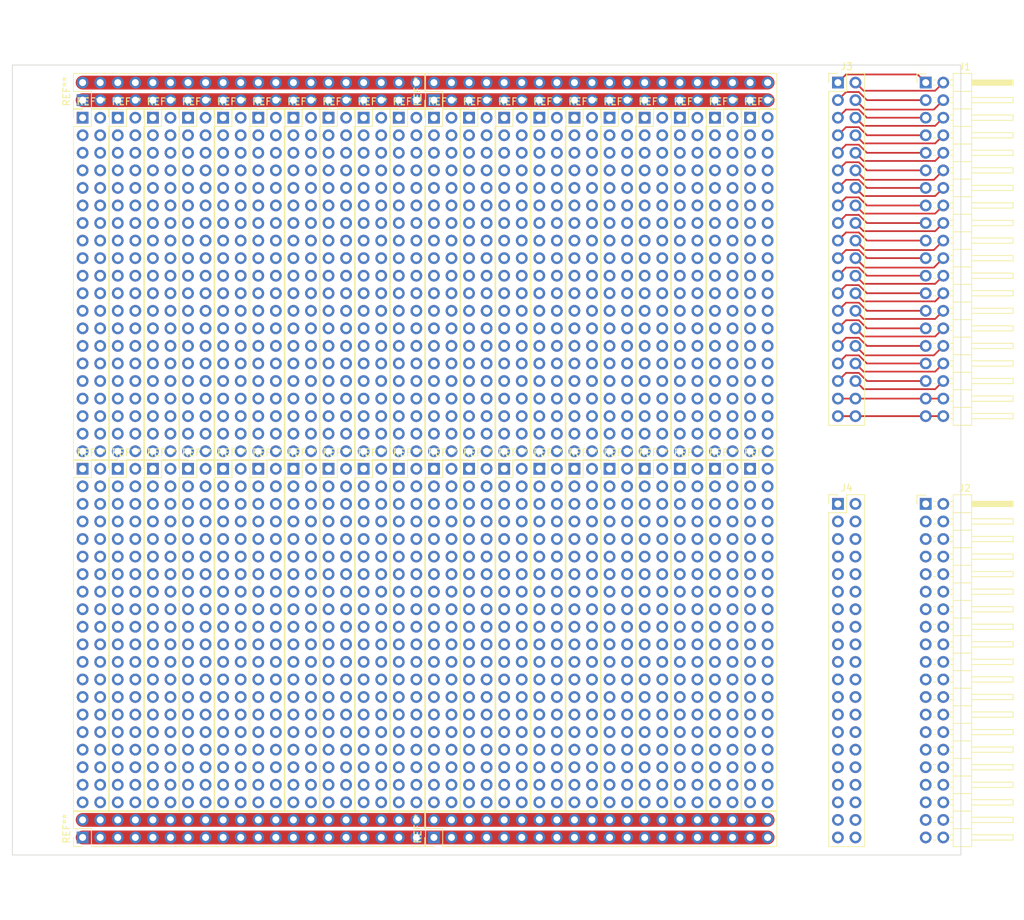
<source format=kicad_pcb>
(kicad_pcb (version 20221018) (generator pcbnew)
  (layers (0 "F.Cu" signal) (31 "B.Cu" signal) (34 "B.Paste" user) (35 "F.Paste" user) (36 "B.SilkS" user "B.Silkscreen") (37 "F.SilkS" user "F.Silkscreen") (38 "B.Mask" user) (39 "F.Mask" user) (44 "Edge.Cuts" user))
  (net 0 "")
  (net 1 "/~{SYSRST}")
  (net 2 "/C0")
  (net 3 "/SYSCLK")
  (net 4 "/C1")
  (net 5 "/D0")
  (net 6 "/C2")
  (net 7 "/D1")
  (net 8 "/C3")
  (net 9 "/D2")
  (net 10 "/C4")
  (net 11 "/D3")
  (net 12 "/C5")
  (net 13 "/D4")
  (net 14 "/C6")
  (net 15 "/D5")
  (net 16 "/C7")
  (net 17 "/D6")
  (net 18 "/C8")
  (net 19 "/D7")
  (net 20 "/C9")
  (net 21 "/A0")
  (net 22 "/C10")
  (net 23 "/A1")
  (net 24 "/C11")
  (net 25 "/A2")
  (net 26 "/C12")
  (net 27 "/A3")
  (net 28 "/C13")
  (net 29 "/A4")
  (net 30 "/C14")
  (net 31 "/A5")
  (net 32 "/C15")
  (net 33 "/A6")
  (net 34 "/C16")
  (net 35 "/A7")
  (net 36 "/C17")
  (net 37 "/GND")
  (net 38 "/5V")
  (net 39 "/C18")
  (net 40 "/U6")
  (net 41 "/C19")
  (net 42 "/U7")
  (net 43 "/C20")
  (net 44 "/U8")
  (net 45 "/C21")
  (net 46 "/U9")
  (net 47 "/C22")
  (net 48 "/U10")
  (net 49 "/C23")
  (net 50 "/U11")
  (net 51 "/OP0")
  (net 52 "/U12")
  (net 53 "/OP1")
  (net 54 "/U13")
  (net 55 "/OP2")
  (net 56 "/U14")
  (net 57 "/OP3")
  (net 58 "/U15")
  (net 59 "/OP4")
  (net 60 "/U16")
  (net 61 "/U0")
  (net 62 "/U17")
  (net 63 "/U1")
  (net 64 "/U18")
  (net 65 "/U2")
  (net 66 "/U19")
  (net 67 "/U3")
  (net 68 "/U20")
  (net 69 "/U4")
  (net 70 "/U21")
  (net 71 "/U5")
  (net 72 "/U22")
  (net 73 "/IEI")
  (net 74 "/IE0")
  (footprint "Connector_PinHeader_2.54mm:PinHeader_2x20_P2.54mm_Vertical" (layer "F.Cu") (at 81.28 20.32)
    (fp_text reference "REF**")
    (fp_text value "PinHeader_2x20_P2.54mm_Vertical")
  )
  (footprint "Connector_PinHeader_2.54mm:PinHeader_2x20_P2.54mm_Vertical" (layer "F.Cu") (at 101.6 20.32)
    (fp_text reference "REF**")
    (fp_text value "PinHeader_2x20_P2.54mm_Vertical")
  )
  (footprint "Connector_PinHeader_2.54mm:PinHeader_2x20_P2.54mm_Vertical" (layer "F.Cu") (at 96.52 71.12)
    (fp_text reference "REF**")
    (fp_text value "PinHeader_2x20_P2.54mm_Vertical")
  )
  (footprint "Connector_PinHeader_2.54mm:PinHeader_2x20_P2.54mm_Vertical" (layer "F.Cu") (at 15.24 17.78 90)
    (fp_text reference "REF**")
    (fp_text value "PinHeader_2x20_P2.54mm_Vertical")
  )
  (footprint "Connector_PinHeader_2.54mm:PinHeader_2x20_P2.54mm_Vertical" (layer "F.Cu") (at 124.46 76.2)
    (fp_text reference "J4")
    (fp_text value "Conn_02x20_Odd_Even")
  )
  (footprint "Connector_PinHeader_2.54mm:PinHeader_2x20_P2.54mm_Vertical" (layer "F.Cu") (at 45.72 71.12)
    (fp_text reference "REF**")
    (fp_text value "PinHeader_2x20_P2.54mm_Vertical")
  )
  (footprint "Connector_PinHeader_2.54mm:PinHeader_2x20_P2.54mm_Vertical" (layer "F.Cu") (at 76.2 71.12)
    (fp_text reference "REF**")
    (fp_text value "PinHeader_2x20_P2.54mm_Vertical")
  )
  (footprint "Connector_PinHeader_2.54mm:PinHeader_2x20_P2.54mm_Vertical" (layer "F.Cu") (at 71.12 71.12)
    (fp_text reference "REF**")
    (fp_text value "PinHeader_2x20_P2.54mm_Vertical")
  )
  (footprint "Connector_PinHeader_2.54mm:PinHeader_2x20_P2.54mm_Vertical" (layer "F.Cu") (at 66.04 71.12)
    (fp_text reference "REF**")
    (fp_text value "PinHeader_2x20_P2.54mm_Vertical")
  )
  (footprint "Connector_PinHeader_2.54mm:PinHeader_2x20_P2.54mm_Vertical" (layer "F.Cu") (at 30.48 71.12)
    (fp_text reference "REF**")
    (fp_text value "PinHeader_2x20_P2.54mm_Vertical")
  )
  (footprint "Connector_PinHeader_2.54mm:PinHeader_2x20_P2.54mm_Vertical" (layer "F.Cu") (at 20.32 20.32)
    (fp_text reference "REF**")
    (fp_text value "PinHeader_2x20_P2.54mm_Vertical")
  )
  (footprint "Connector_PinHeader_2.54mm:PinHeader_2x20_P2.54mm_Vertical" (layer "F.Cu") (at 15.24 71.12)
    (fp_text reference "REF**")
    (fp_text value "PinHeader_2x20_P2.54mm_Vertical")
  )
  (footprint "Connector_PinHeader_2.54mm:PinHeader_2x20_P2.54mm_Vertical" (layer "F.Cu") (at 25.4 71.12)
    (fp_text reference "REF**")
    (fp_text value "PinHeader_2x20_P2.54mm_Vertical")
  )
  (footprint "Connector_PinHeader_2.54mm:PinHeader_2x20_P2.54mm_Vertical" (layer "F.Cu") (at 81.28 71.12)
    (fp_text reference "REF**")
    (fp_text value "PinHeader_2x20_P2.54mm_Vertical")
  )
  (footprint "Connector_PinHeader_2.54mm:PinHeader_2x20_P2.54mm_Vertical" (layer "F.Cu") (at 91.44 20.32)
    (fp_text reference "REF**")
    (fp_text value "PinHeader_2x20_P2.54mm_Vertical")
  )
  (footprint "Connector_PinHeader_2.54mm:PinHeader_2x20_P2.54mm_Vertical" (layer "F.Cu") (at 106.68 20.32)
    (fp_text reference "REF**")
    (fp_text value "PinHeader_2x20_P2.54mm_Vertical")
  )
  (footprint "Connector_PinHeader_2.54mm:PinHeader_2x20_P2.54mm_Vertical" (layer "F.Cu") (at 45.72 20.32)
    (fp_text reference "REF**")
    (fp_text value "PinHeader_2x20_P2.54mm_Vertical")
  )
  (footprint "Connector_PinHeader_2.54mm:PinHeader_2x20_P2.54mm_Vertical" (layer "F.Cu") (at 91.44 71.12)
    (fp_text reference "REF**")
    (fp_text value "PinHeader_2x20_P2.54mm_Vertical")
  )
  (footprint "Connector_PinHeader_2.54mm:PinHeader_2x20_P2.54mm_Vertical" (layer "F.Cu") (at 106.68 71.12)
    (fp_text reference "REF**")
    (fp_text value "PinHeader_2x20_P2.54mm_Vertical")
  )
  (footprint "Connector_PinHeader_2.54mm:PinHeader_2x20_P2.54mm_Vertical" (layer "F.Cu") (at 15.24 20.32)
    (fp_text reference "REF**")
    (fp_text value "PinHeader_2x20_P2.54mm_Vertical")
  )
  (footprint "Connector_PinHeader_2.54mm:PinHeader_2x20_P2.54mm_Horizontal" (layer "F.Cu") (at 137.16 76.2)
    (fp_text reference "J2")
    (fp_text value "Conn_02x20_Odd_Even")
  )
  (footprint "Connector_PinHeader_2.54mm:PinHeader_2x20_P2.54mm_Vertical" (layer "F.Cu") (at 96.52 20.32)
    (fp_text reference "REF**")
    (fp_text value "PinHeader_2x20_P2.54mm_Vertical")
  )
  (footprint "Connector_PinHeader_2.54mm:PinHeader_2x20_P2.54mm_Vertical" (layer "F.Cu") (at 15.24 124.46 90)
    (fp_text reference "REF**")
    (fp_text value "PinHeader_2x20_P2.54mm_Vertical")
  )
  (footprint "Connector_PinHeader_2.54mm:PinHeader_2x20_P2.54mm_Vertical" (layer "F.Cu") (at 50.8 20.32)
    (fp_text reference "REF**")
    (fp_text value "PinHeader_2x20_P2.54mm_Vertical")
  )
  (footprint "Connector_PinHeader_2.54mm:PinHeader_2x20_P2.54mm_Vertical" (layer "F.Cu") (at 66.04 17.78 90)
    (fp_text reference "REF**")
    (fp_text value "PinHeader_2x20_P2.54mm_Vertical")
  )
  (footprint "Connector_PinHeader_2.54mm:PinHeader_2x20_P2.54mm_Vertical" (layer "F.Cu") (at 25.4 20.32)
    (fp_text reference "REF**")
    (fp_text value "PinHeader_2x20_P2.54mm_Vertical")
  )
  (footprint "Connector_PinHeader_2.54mm:PinHeader_2x20_P2.54mm_Vertical" (layer "F.Cu") (at 101.6 71.12)
    (fp_text reference "REF**")
    (fp_text value "PinHeader_2x20_P2.54mm_Vertical")
  )
  (footprint "Connector_PinHeader_2.54mm:PinHeader_2x20_P2.54mm_Vertical" (layer "F.Cu") (at 40.64 71.12)
    (fp_text reference "REF**")
    (fp_text value "PinHeader_2x20_P2.54mm_Vertical")
  )
  (footprint "Connector_PinHeader_2.54mm:PinHeader_2x20_P2.54mm_Vertical" (layer "F.Cu") (at 111.76 20.32)
    (fp_text reference "REF**")
    (fp_text value "PinHeader_2x20_P2.54mm_Vertical")
  )
  (footprint "Connector_PinHeader_2.54mm:PinHeader_2x20_P2.54mm_Vertical" (layer "F.Cu") (at 35.56 20.32)
    (fp_text reference "REF**")
    (fp_text value "PinHeader_2x20_P2.54mm_Vertical")
  )
  (footprint "Connector_PinHeader_2.54mm:PinHeader_2x20_P2.54mm_Vertical" (layer "F.Cu") (at 55.88 20.32)
    (fp_text reference "REF**")
    (fp_text value "PinHeader_2x20_P2.54mm_Vertical")
  )
  (footprint "Connector_PinHeader_2.54mm:PinHeader_2x20_P2.54mm_Vertical" (layer "F.Cu") (at 60.96 20.32)
    (fp_text reference "REF**")
    (fp_text value "PinHeader_2x20_P2.54mm_Vertical")
  )
  (footprint "Connector_PinHeader_2.54mm:PinHeader_2x20_P2.54mm_Vertical" (layer "F.Cu") (at 86.36 20.32)
    (fp_text reference "REF**")
    (fp_text value "PinHeader_2x20_P2.54mm_Vertical")
  )
  (footprint "Connector_PinHeader_2.54mm:PinHeader_2x20_P2.54mm_Vertical" (layer "F.Cu") (at 76.2 20.32)
    (fp_text reference "REF**")
    (fp_text value "PinHeader_2x20_P2.54mm_Vertical")
  )
  (footprint "Connector_PinHeader_2.54mm:PinHeader_2x20_P2.54mm_Vertical" (layer "F.Cu") (at 66.04 20.32)
    (fp_text reference "REF**")
    (fp_text value "PinHeader_2x20_P2.54mm_Vertical")
  )
  (footprint "Connector_PinHeader_2.54mm:PinHeader_2x20_P2.54mm_Vertical" (layer "F.Cu") (at 66.04 124.46 90)
    (fp_text reference "REF**")
    (fp_text value "PinHeader_2x20_P2.54mm_Vertical")
  )
  (footprint "Connector_PinHeader_2.54mm:PinHeader_2x20_P2.54mm_Vertical" (layer "F.Cu") (at 86.36 71.12)
    (fp_text reference "REF**")
    (fp_text value "PinHeader_2x20_P2.54mm_Vertical")
  )
  (footprint "Connector_PinHeader_2.54mm:PinHeader_2x20_P2.54mm_Vertical" (layer "F.Cu") (at 124.46 15.24)
    (fp_text reference "J3")
    (fp_text value "Conn_02x20_Odd_Even")
  )
  (footprint "Connector_PinHeader_2.54mm:PinHeader_2x20_P2.54mm_Vertical" (layer "F.Cu") (at 71.12 20.32)
    (fp_text reference "REF**")
    (fp_text value "PinHeader_2x20_P2.54mm_Vertical")
  )
  (footprint "Connector_PinHeader_2.54mm:PinHeader_2x20_P2.54mm_Vertical" (layer "F.Cu") (at 40.64 20.32)
    (fp_text reference "REF**")
    (fp_text value "PinHeader_2x20_P2.54mm_Vertical")
  )
  (footprint "Connector_PinHeader_2.54mm:PinHeader_2x20_P2.54mm_Vertical" (layer "F.Cu") (at 30.48 20.32)
    (fp_text reference "REF**")
    (fp_text value "PinHeader_2x20_P2.54mm_Vertical")
  )
  (footprint "Connector_PinHeader_2.54mm:PinHeader_2x20_P2.54mm_Vertical" (layer "F.Cu") (at 50.8 71.12)
    (fp_text reference "REF**")
    (fp_text value "PinHeader_2x20_P2.54mm_Vertical")
  )
  (footprint "Connector_PinHeader_2.54mm:PinHeader_2x20_P2.54mm_Vertical" (layer "F.Cu") (at 55.88 71.12)
    (fp_text reference "REF**")
    (fp_text value "PinHeader_2x20_P2.54mm_Vertical")
  )
  (footprint "Connector_PinHeader_2.54mm:PinHeader_2x20_P2.54mm_Vertical" (layer "F.Cu") (at 35.56 71.12)
    (fp_text reference "REF**")
    (fp_text value "PinHeader_2x20_P2.54mm_Vertical")
  )
  (footprint "Connector_PinHeader_2.54mm:PinHeader_2x20_P2.54mm_Vertical" (layer "F.Cu") (at 20.32 71.12)
    (fp_text reference "REF**")
    (fp_text value "PinHeader_2x20_P2.54mm_Vertical")
  )
  (footprint "Connector_PinHeader_2.54mm:PinHeader_2x20_P2.54mm_Vertical" (layer "F.Cu") (at 60.96 71.12)
    (fp_text reference "REF**")
    (fp_text value "PinHeader_2x20_P2.54mm_Vertical")
  )
  (footprint "Connector_PinHeader_2.54mm:PinHeader_2x20_P2.54mm_Horizontal" (layer "F.Cu") (at 137.16 15.24)
    (fp_text reference "J1")
    (fp_text value "Conn_02x20_Odd_Even")
  )
  (footprint "Connector_PinHeader_2.54mm:PinHeader_2x20_P2.54mm_Vertical" (layer "F.Cu") (at 111.76 71.12)
    (fp_text reference "REF**")
    (fp_text value "PinHeader_2x20_P2.54mm_Vertical")
  )
  (gr_rect (start 5.08 12.7) (end 142.24 127) (stroke (width 0.1)) (fill none) (layer "Edge.Cuts"))
  (segment (start 114.3 15.24) (end 38.1 15.24) (width 2) (layer "F.Cu") (net 0))
  (segment (start 15.24 17.78) (end 114.3 17.78) (width 2) (layer "F.Cu") (net 0))
  (segment (start 15.24 15.24) (end 33.02 15.24) (width 2) (layer "F.Cu") (net 0))
  (segment (start 15.24 121.92) (end 114.3 121.92) (width 2) (layer "F.Cu") (net 0))
  (segment (start 33.02 15.24) (end 40.64 15.24) (width 2) (layer "F.Cu") (net 0))
  (segment (start 114.3 124.46) (end 15.24 124.46) (width 2) (layer "F.Cu") (net 0))
  (segment (start 35.56 15.24) (end 38.1 15.24) (width 2) (layer "F.Cu") (net 0))
  (segment (start 135.985 14.065) (end 137.16 15.24) (width 0.25) (layer "F.Cu") (net 1))
  (segment (start 124.46 15.24) (end 125.635 14.065) (width 0.25) (layer "F.Cu") (net 1))
  (segment (start 125.635 14.065) (end 135.985 14.065) (width 0.25) (layer "F.Cu") (net 1))
  (segment (start 138.525 16.415) (end 128.175 16.415) (width 0.25) (layer "F.Cu") (net 2))
  (segment (start 139.7 15.24) (end 138.525 16.415) (width 0.25) (layer "F.Cu") (net 2))
  (segment (start 128.175 16.415) (end 127 15.24) (width 0.25) (layer "F.Cu") (net 2))
  (segment (start 124.46 17.78) (end 125.635 16.605) (width 0.25) (layer "F.Cu") (net 3))
  (segment (start 125.635 16.605) (end 127.486701 16.605) (width 0.25) (layer "F.Cu") (net 3))
  (segment (start 128.661701 17.78) (end 137.16 17.78) (width 0.25) (layer "F.Cu") (net 3))
  (segment (start 127.486701 16.605) (end 128.661701 17.78) (width 0.25) (layer "F.Cu") (net 3))
  (segment (start 128.365 19.145) (end 127 17.78) (width 0.25) (layer "F.Cu") (net 4))
  (segment (start 139.7 17.78) (end 138.335 19.145) (width 0.25) (layer "F.Cu") (net 4))
  (segment (start 138.335 19.145) (end 128.365 19.145) (width 0.25) (layer "F.Cu") (net 4))
  (segment (start 137.16 20.32) (end 128.661701 20.32) (width 0.25) (layer "F.Cu") (net 5))
  (segment (start 128.661701 20.32) (end 127.486701 19.145) (width 0.25) (layer "F.Cu") (net 5))
  (segment (start 125.635 19.145) (end 124.46 20.32) (width 0.25) (layer "F.Cu") (net 5))
  (segment (start 127.486701 19.145) (end 125.635 19.145) (width 0.25) (layer "F.Cu") (net 5))
  (segment (start 128.175 21.495) (end 127 20.32) (width 0.25) (layer "F.Cu") (net 6))
  (segment (start 139.7 20.32) (end 138.525 21.495) (width 0.25) (layer "F.Cu") (net 6))
  (segment (start 138.525 21.495) (end 128.175 21.495) (width 0.25) (layer "F.Cu") (net 6))
  (segment (start 127.486701 21.685) (end 125.635 21.685) (width 0.25) (layer "F.Cu") (net 7))
  (segment (start 137.16 22.86) (end 128.661701 22.86) (width 0.25) (layer "F.Cu") (net 7))
  (segment (start 128.661701 22.86) (end 127.486701 21.685) (width 0.25) (layer "F.Cu") (net 7))
  (segment (start 125.635 21.685) (end 124.46 22.86) (width 0.25) (layer "F.Cu") (net 7))
  (segment (start 138.525 24.035) (end 128.175 24.035) (width 0.25) (layer "F.Cu") (net 8))
  (segment (start 139.7 22.86) (end 138.525 24.035) (width 0.25) (layer "F.Cu") (net 8))
  (segment (start 128.175 24.035) (end 127 22.86) (width 0.25) (layer "F.Cu") (net 8))
  (segment (start 137.16 25.4) (end 128.661701 25.4) (width 0.25) (layer "F.Cu") (net 9))
  (segment (start 127.486701 24.225) (end 125.635 24.225) (width 0.25) (layer "F.Cu") (net 9))
  (segment (start 125.635 24.225) (end 124.46 25.4) (width 0.25) (layer "F.Cu") (net 9))
  (segment (start 128.661701 25.4) (end 127.486701 24.225) (width 0.25) (layer "F.Cu") (net 9))
  (segment (start 128.175 26.575) (end 127 25.4) (width 0.25) (layer "F.Cu") (net 10))
  (segment (start 139.7 25.4) (end 138.525 26.575) (width 0.25) (layer "F.Cu") (net 10))
  (segment (start 138.525 26.575) (end 128.175 26.575) (width 0.25) (layer "F.Cu") (net 10))
  (segment (start 127.486701 26.765) (end 125.635 26.765) (width 0.25) (layer "F.Cu") (net 11))
  (segment (start 128.661701 27.94) (end 127.486701 26.765) (width 0.25) (layer "F.Cu") (net 11))
  (segment (start 125.635 26.765) (end 124.46 27.94) (width 0.25) (layer "F.Cu") (net 11))
  (segment (start 137.16 27.94) (end 128.661701 27.94) (width 0.25) (layer "F.Cu") (net 11))
  (segment (start 128.365 29.305) (end 127 27.94) (width 0.25) (layer "F.Cu") (net 12))
  (segment (start 138.335 29.305) (end 128.365 29.305) (width 0.25) (layer "F.Cu") (net 12))
  (segment (start 139.7 27.94) (end 138.335 29.305) (width 0.25) (layer "F.Cu") (net 12))
  (segment (start 137.16 30.48) (end 128.661701 30.48) (width 0.25) (layer "F.Cu") (net 13))
  (segment (start 128.661701 30.48) (end 127.486701 29.305) (width 0.25) (layer "F.Cu") (net 13))
  (segment (start 125.635 29.305) (end 124.46 30.48) (width 0.25) (layer "F.Cu") (net 13))
  (segment (start 127.486701 29.305) (end 125.635 29.305) (width 0.25) (layer "F.Cu") (net 13))
  (segment (start 128.175 31.655) (end 127 30.48) (width 0.25) (layer "F.Cu") (net 14))
  (segment (start 138.525 31.655) (end 128.175 31.655) (width 0.25) (layer "F.Cu") (net 14))
  (segment (start 139.7 30.48) (end 138.525 31.655) (width 0.25) (layer "F.Cu") (net 14))
  (segment (start 128.661701 33.02) (end 127.486701 31.845) (width 0.25) (layer "F.Cu") (net 15))
  (segment (start 125.635 31.845) (end 124.46 33.02) (width 0.25) (layer "F.Cu") (net 15))
  (segment (start 127.486701 31.845) (end 125.635 31.845) (width 0.25) (layer "F.Cu") (net 15))
  (segment (start 137.16 33.02) (end 128.661701 33.02) (width 0.25) (layer "F.Cu") (net 15))
  (segment (start 139.7 33.02) (end 138.525 34.195) (width 0.25) (layer "F.Cu") (net 16))
  (segment (start 138.525 34.195) (end 128.175 34.195) (width 0.25) (layer "F.Cu") (net 16))
  (segment (start 128.175 34.195) (end 127 33.02) (width 0.25) (layer "F.Cu") (net 16))
  (segment (start 127.486701 34.385) (end 125.635 34.385) (width 0.25) (layer "F.Cu") (net 17))
  (segment (start 137.16 35.56) (end 128.661701 35.56) (width 0.25) (layer "F.Cu") (net 17))
  (segment (start 128.661701 35.56) (end 127.486701 34.385) (width 0.25) (layer "F.Cu") (net 17))
  (segment (start 125.635 34.385) (end 124.46 35.56) (width 0.25) (layer "F.Cu") (net 17))
  (segment (start 138.525 36.735) (end 128.175 36.735) (width 0.25) (layer "F.Cu") (net 18))
  (segment (start 128.175 36.735) (end 127 35.56) (width 0.25) (layer "F.Cu") (net 18))
  (segment (start 139.7 35.56) (end 138.525 36.735) (width 0.25) (layer "F.Cu") (net 18))
  (segment (start 137.16 38.1) (end 128.661701 38.1) (width 0.25) (layer "F.Cu") (net 19))
  (segment (start 125.635 36.925) (end 124.46 38.1) (width 0.25) (layer "F.Cu") (net 19))
  (segment (start 128.661701 38.1) (end 127.486701 36.925) (width 0.25) (layer "F.Cu") (net 19))
  (segment (start 127.486701 36.925) (end 125.635 36.925) (width 0.25) (layer "F.Cu") (net 19))
  (segment (start 138.335 39.465) (end 128.365 39.465) (width 0.25) (layer "F.Cu") (net 20))
  (segment (start 139.7 38.1) (end 138.335 39.465) (width 0.25) (layer "F.Cu") (net 20))
  (segment (start 128.365 39.465) (end 127 38.1) (width 0.25) (layer "F.Cu") (net 20))
  (segment (start 125.635 39.465) (end 124.46 40.64) (width 0.25) (layer "F.Cu") (net 21))
  (segment (start 128.661701 40.64) (end 127.486701 39.465) (width 0.25) (layer "F.Cu") (net 21))
  (segment (start 127.486701 39.465) (end 125.635 39.465) (width 0.25) (layer "F.Cu") (net 21))
  (segment (start 137.16 40.64) (end 128.661701 40.64) (width 0.25) (layer "F.Cu") (net 21))
  (segment (start 138.335 42.005) (end 128.365 42.005) (width 0.25) (layer "F.Cu") (net 22))
  (segment (start 128.365 42.005) (end 127 40.64) (width 0.25) (layer "F.Cu") (net 22))
  (segment (start 139.7 40.64) (end 138.335 42.005) (width 0.25) (layer "F.Cu") (net 22))
  (segment (start 137.16 43.18) (end 128.661701 43.18) (width 0.25) (layer "F.Cu") (net 23))
  (segment (start 125.635 42.005) (end 124.46 43.18) (width 0.25) (layer "F.Cu") (net 23))
  (segment (start 128.661701 43.18) (end 127.486701 42.005) (width 0.25) (layer "F.Cu") (net 23))
  (segment (start 127.486701 42.005) (end 125.635 42.005) (width 0.25) (layer "F.Cu") (net 23))
  (segment (start 138.525 44.355) (end 128.175 44.355) (width 0.25) (layer "F.Cu") (net 24))
  (segment (start 139.7 43.18) (end 138.525 44.355) (width 0.25) (layer "F.Cu") (net 24))
  (segment (start 128.175 44.355) (end 127 43.18) (width 0.25) (layer "F.Cu") (net 24))
  (segment (start 137.16 45.72) (end 128.661701 45.72) (width 0.25) (layer "F.Cu") (net 25))
  (segment (start 128.661701 45.72) (end 127.486701 44.545) (width 0.25) (layer "F.Cu") (net 25))
  (segment (start 125.635 44.545) (end 124.46 45.72) (width 0.25) (layer "F.Cu") (net 25))
  (segment (start 127.486701 44.545) (end 125.635 44.545) (width 0.25) (layer "F.Cu") (net 25))
  (segment (start 138.525 46.895) (end 128.175 46.895) (width 0.25) (layer "F.Cu") (net 26))
  (segment (start 128.175 46.895) (end 127 45.72) (width 0.25) (layer "F.Cu") (net 26))
  (segment (start 139.7 45.72) (end 138.525 46.895) (width 0.25) (layer "F.Cu") (net 26))
  (segment (start 137.16 48.26) (end 128.661701 48.26) (width 0.25) (layer "F.Cu") (net 27))
  (segment (start 128.661701 48.26) (end 127.486701 47.085) (width 0.25) (layer "F.Cu") (net 27))
  (segment (start 125.635 47.085) (end 124.46 48.26) (width 0.25) (layer "F.Cu") (net 27))
  (segment (start 127.486701 47.085) (end 125.635 47.085) (width 0.25) (layer "F.Cu") (net 27))
  (segment (start 139.7 48.26) (end 138.525 49.435) (width 0.25) (layer "F.Cu") (net 28))
  (segment (start 138.525 49.435) (end 128.175 49.435) (width 0.25) (layer "F.Cu") (net 28))
  (segment (start 128.175 49.435) (end 127 48.26) (width 0.25) (layer "F.Cu") (net 28))
  (segment (start 125.635 49.625) (end 124.46 50.8) (width 0.25) (layer "F.Cu") (net 29))
  (segment (start 137.16 50.8) (end 128.661701 50.8) (width 0.25) (layer "F.Cu") (net 29))
  (segment (start 127.486701 49.625) (end 125.635 49.625) (width 0.25) (layer "F.Cu") (net 29))
  (segment (start 128.661701 50.8) (end 127.486701 49.625) (width 0.25) (layer "F.Cu") (net 29))
  (segment (start 138.525 51.975) (end 128.175 51.975) (width 0.25) (layer "F.Cu") (net 30))
  (segment (start 128.175 51.975) (end 127 50.8) (width 0.25) (layer "F.Cu") (net 30))
  (segment (start 139.7 50.8) (end 138.525 51.975) (width 0.25) (layer "F.Cu") (net 30))
  (segment (start 127.486701 52.165) (end 125.635 52.165) (width 0.25) (layer "F.Cu") (net 31))
  (segment (start 125.635 52.165) (end 124.46 53.34) (width 0.25) (layer "F.Cu") (net 31))
  (segment (start 128.661701 53.34) (end 127.486701 52.165) (width 0.25) (layer "F.Cu") (net 31))
  (segment (start 137.16 53.34) (end 128.661701 53.34) (width 0.25) (layer "F.Cu") (net 31))
  (segment (start 139.7 53.34) (end 138.335 54.705) (width 0.25) (layer "F.Cu") (net 32))
  (segment (start 128.365 54.705) (end 127 53.34) (width 0.25) (layer "F.Cu") (net 32))
  (segment (start 138.335 54.705) (end 128.365 54.705) (width 0.25) (layer "F.Cu") (net 32))
  (segment (start 125.635 54.705) (end 124.46 55.88) (width 0.25) (layer "F.Cu") (net 33))
  (segment (start 137.16 55.88) (end 128.661701 55.88) (width 0.25) (layer "F.Cu") (net 33))
  (segment (start 128.661701 55.88) (end 127.486701 54.705) (width 0.25) (layer "F.Cu") (net 33))
  (segment (start 127.486701 54.705) (end 125.635 54.705) (width 0.25) (layer "F.Cu") (net 33))
  (segment (start 128.175 57.055) (end 127 55.88) (width 0.25) (layer "F.Cu") (net 34))
  (segment (start 139.7 55.88) (end 138.525 57.055) (width 0.25) (layer "F.Cu") (net 34))
  (segment (start 138.525 57.055) (end 128.175 57.055) (width 0.25) (layer "F.Cu") (net 34))
  (segment (start 125.635 57.245) (end 124.46 58.42) (width 0.25) (layer "F.Cu") (net 35))
  (segment (start 128.661701 58.42) (end 127.486701 57.245) (width 0.25) (layer "F.Cu") (net 35))
  (segment (start 127.486701 57.245) (end 125.635 57.245) (width 0.25) (layer "F.Cu") (net 35))
  (segment (start 137.16 58.42) (end 128.661701 58.42) (width 0.25) (layer "F.Cu") (net 35))
  (segment (start 138.525 59.595) (end 128.175 59.595) (width 0.25) (layer "F.Cu") (net 36))
  (segment (start 139.7 58.42) (end 138.525 59.595) (width 0.25) (layer "F.Cu") (net 36))
  (segment (start 128.175 59.595) (end 127 58.42) (width 0.25) (layer "F.Cu") (net 36))
  (segment (start 139.7 60.96) (end 137.16 60.96) (width 0.25) (layer "F.Cu") (net 37))
  (segment (start 137.16 60.96) (end 127 60.96) (width 0.25) (layer "F.Cu") (net 37))
  (segment (start 127 60.96) (end 124.46 60.96) (width 0.25) (layer "F.Cu") (net 37))
  (segment (start 139.7 63.5) (end 137.16 63.5) (width 0.25) (layer "F.Cu") (net 38))
  (segment (start 137.16 63.5) (end 127 63.5) (width 0.25) (layer "F.Cu") (net 38))
  (segment (start 124.46 63.5) (end 127 63.5) (width 0.25) (layer "F.Cu") (net 38))
)
</source>
